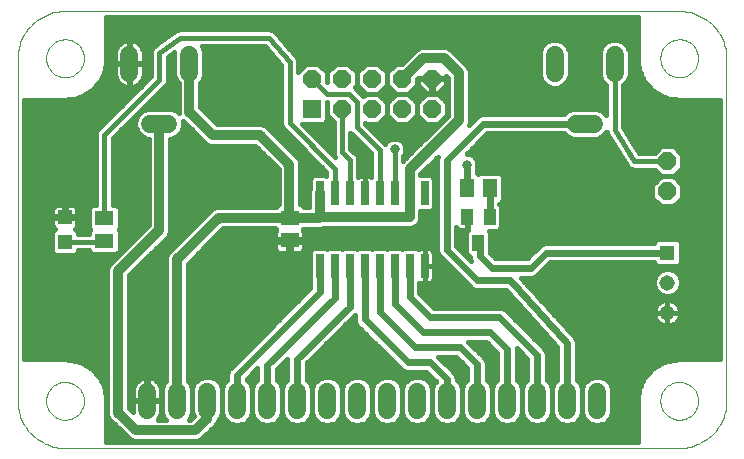
<source format=gtl>
G75*
G70*
%OFA0B0*%
%FSLAX24Y24*%
%IPPOS*%
%LPD*%
%AMOC8*
5,1,8,0,0,1.08239X$1,22.5*
%
%ADD10R,0.0472X0.0472*%
%ADD11R,0.0630X0.0512*%
%ADD12R,0.0591X0.0512*%
%ADD13C,0.0600*%
%ADD14R,0.0260X0.0800*%
%ADD15OC8,0.0600*%
%ADD16R,0.0600X0.0600*%
%ADD17R,0.0512X0.0630*%
%ADD18R,0.0394X0.0551*%
%ADD19R,0.0515X0.0515*%
%ADD20C,0.0515*%
%ADD21C,0.0000*%
%ADD22C,0.0160*%
%ADD23C,0.0320*%
%ADD24C,0.0240*%
%ADD25C,0.0320*%
D10*
X005969Y010287D03*
X005969Y011114D03*
D11*
X007284Y011074D03*
X007284Y010326D03*
D12*
X013455Y010342D03*
X013455Y011090D03*
D13*
X009419Y014228D02*
X008819Y014228D01*
X008119Y015928D02*
X008119Y016528D01*
X010119Y016528D02*
X010119Y015928D01*
X022292Y015928D02*
X022292Y016528D01*
X024292Y016528D02*
X024292Y015928D01*
X023592Y014228D02*
X022992Y014228D01*
X022705Y005291D02*
X022705Y004691D01*
X021705Y004691D02*
X021705Y005291D01*
X020705Y005291D02*
X020705Y004691D01*
X019705Y004691D02*
X019705Y005291D01*
X018705Y005291D02*
X018705Y004691D01*
X017705Y004691D02*
X017705Y005291D01*
X016705Y005291D02*
X016705Y004691D01*
X015705Y004691D02*
X015705Y005291D01*
X014705Y005291D02*
X014705Y004691D01*
X013705Y004691D02*
X013705Y005291D01*
X012705Y005291D02*
X012705Y004691D01*
X011705Y004691D02*
X011705Y005291D01*
X010705Y005291D02*
X010705Y004691D01*
X009705Y004691D02*
X009705Y005291D01*
X008705Y005291D02*
X008705Y004691D01*
X023705Y004691D02*
X023705Y005291D01*
D14*
X017955Y009490D03*
X017455Y009490D03*
X016955Y009490D03*
X016455Y009490D03*
X015955Y009490D03*
X015455Y009490D03*
X014955Y009490D03*
X014455Y009490D03*
X014455Y011910D03*
X014955Y011910D03*
X015455Y011910D03*
X015955Y011910D03*
X016455Y011910D03*
X016955Y011910D03*
X017455Y011910D03*
X017955Y011910D03*
D15*
X018205Y014728D03*
X017205Y014728D03*
X016205Y014728D03*
X015205Y014728D03*
X015205Y015728D03*
X016205Y015728D03*
X017205Y015728D03*
X018205Y015728D03*
X014205Y015728D03*
X026048Y012972D03*
X026048Y011972D03*
D16*
X014205Y014728D03*
D17*
X019375Y012078D03*
X020123Y012078D03*
D18*
X020123Y011133D03*
X019375Y011133D03*
X019749Y010267D03*
D19*
X026048Y009929D03*
D20*
X026048Y008929D03*
X026048Y007929D03*
D21*
X026442Y003417D02*
X005969Y003417D01*
X005969Y003416D02*
X005892Y003418D01*
X005815Y003424D01*
X005738Y003433D01*
X005662Y003446D01*
X005586Y003463D01*
X005512Y003484D01*
X005438Y003508D01*
X005366Y003536D01*
X005296Y003567D01*
X005227Y003602D01*
X005159Y003640D01*
X005094Y003681D01*
X005031Y003726D01*
X004970Y003774D01*
X004911Y003824D01*
X004855Y003877D01*
X004802Y003933D01*
X004752Y003992D01*
X004704Y004053D01*
X004659Y004116D01*
X004618Y004181D01*
X004580Y004249D01*
X004545Y004318D01*
X004514Y004388D01*
X004486Y004460D01*
X004462Y004534D01*
X004441Y004608D01*
X004424Y004684D01*
X004411Y004760D01*
X004402Y004837D01*
X004396Y004914D01*
X004394Y004991D01*
X004394Y016409D01*
X004396Y016486D01*
X004402Y016563D01*
X004411Y016640D01*
X004424Y016716D01*
X004441Y016792D01*
X004462Y016866D01*
X004486Y016940D01*
X004514Y017012D01*
X004545Y017082D01*
X004580Y017151D01*
X004618Y017219D01*
X004659Y017284D01*
X004704Y017347D01*
X004752Y017408D01*
X004802Y017467D01*
X004855Y017523D01*
X004911Y017576D01*
X004970Y017626D01*
X005031Y017674D01*
X005094Y017719D01*
X005159Y017760D01*
X005227Y017798D01*
X005296Y017833D01*
X005366Y017864D01*
X005438Y017892D01*
X005512Y017916D01*
X005586Y017937D01*
X005662Y017954D01*
X005738Y017967D01*
X005815Y017976D01*
X005892Y017982D01*
X005969Y017984D01*
X026442Y017984D01*
X026519Y017982D01*
X026596Y017976D01*
X026673Y017967D01*
X026749Y017954D01*
X026825Y017937D01*
X026899Y017916D01*
X026973Y017892D01*
X027045Y017864D01*
X027115Y017833D01*
X027184Y017798D01*
X027252Y017760D01*
X027317Y017719D01*
X027380Y017674D01*
X027441Y017626D01*
X027500Y017576D01*
X027556Y017523D01*
X027609Y017467D01*
X027659Y017408D01*
X027707Y017347D01*
X027752Y017284D01*
X027793Y017219D01*
X027831Y017151D01*
X027866Y017082D01*
X027897Y017012D01*
X027925Y016940D01*
X027949Y016866D01*
X027970Y016792D01*
X027987Y016716D01*
X028000Y016640D01*
X028009Y016563D01*
X028015Y016486D01*
X028017Y016409D01*
X028016Y016409D02*
X028016Y004991D01*
X028017Y004991D02*
X028015Y004914D01*
X028009Y004837D01*
X028000Y004760D01*
X027987Y004684D01*
X027970Y004608D01*
X027949Y004534D01*
X027925Y004460D01*
X027897Y004388D01*
X027866Y004318D01*
X027831Y004249D01*
X027793Y004181D01*
X027752Y004116D01*
X027707Y004053D01*
X027659Y003992D01*
X027609Y003933D01*
X027556Y003877D01*
X027500Y003824D01*
X027441Y003774D01*
X027380Y003726D01*
X027317Y003681D01*
X027252Y003640D01*
X027184Y003602D01*
X027115Y003567D01*
X027045Y003536D01*
X026973Y003508D01*
X026899Y003484D01*
X026825Y003463D01*
X026749Y003446D01*
X026673Y003433D01*
X026596Y003424D01*
X026519Y003418D01*
X026442Y003416D01*
X026519Y003418D01*
X026596Y003424D01*
X026673Y003433D01*
X026749Y003446D01*
X026825Y003463D01*
X026899Y003484D01*
X026973Y003508D01*
X027045Y003536D01*
X027115Y003567D01*
X027184Y003602D01*
X027252Y003640D01*
X027317Y003681D01*
X027380Y003726D01*
X027441Y003774D01*
X027500Y003824D01*
X027556Y003877D01*
X027609Y003933D01*
X027659Y003992D01*
X027707Y004053D01*
X027752Y004116D01*
X027793Y004181D01*
X027831Y004249D01*
X027866Y004318D01*
X027897Y004388D01*
X027925Y004460D01*
X027949Y004534D01*
X027970Y004608D01*
X027987Y004684D01*
X028000Y004760D01*
X028009Y004837D01*
X028015Y004914D01*
X028017Y004991D01*
X025812Y004991D02*
X025814Y005041D01*
X025820Y005091D01*
X025830Y005140D01*
X025844Y005188D01*
X025861Y005235D01*
X025882Y005280D01*
X025907Y005324D01*
X025935Y005365D01*
X025967Y005404D01*
X026001Y005441D01*
X026038Y005475D01*
X026078Y005505D01*
X026120Y005532D01*
X026164Y005556D01*
X026210Y005577D01*
X026257Y005593D01*
X026305Y005606D01*
X026355Y005615D01*
X026404Y005620D01*
X026455Y005621D01*
X026505Y005618D01*
X026554Y005611D01*
X026603Y005600D01*
X026651Y005585D01*
X026697Y005567D01*
X026742Y005545D01*
X026785Y005519D01*
X026826Y005490D01*
X026865Y005458D01*
X026901Y005423D01*
X026933Y005385D01*
X026963Y005345D01*
X026990Y005302D01*
X027013Y005258D01*
X027032Y005212D01*
X027048Y005164D01*
X027060Y005115D01*
X027068Y005066D01*
X027072Y005016D01*
X027072Y004966D01*
X027068Y004916D01*
X027060Y004867D01*
X027048Y004818D01*
X027032Y004770D01*
X027013Y004724D01*
X026990Y004680D01*
X026963Y004637D01*
X026933Y004597D01*
X026901Y004559D01*
X026865Y004524D01*
X026826Y004492D01*
X026785Y004463D01*
X026742Y004437D01*
X026697Y004415D01*
X026651Y004397D01*
X026603Y004382D01*
X026554Y004371D01*
X026505Y004364D01*
X026455Y004361D01*
X026404Y004362D01*
X026355Y004367D01*
X026305Y004376D01*
X026257Y004389D01*
X026210Y004405D01*
X026164Y004426D01*
X026120Y004450D01*
X026078Y004477D01*
X026038Y004507D01*
X026001Y004541D01*
X025967Y004578D01*
X025935Y004617D01*
X025907Y004658D01*
X025882Y004702D01*
X025861Y004747D01*
X025844Y004794D01*
X025830Y004842D01*
X025820Y004891D01*
X025814Y004941D01*
X025812Y004991D01*
X028017Y016409D02*
X028015Y016486D01*
X028009Y016563D01*
X028000Y016640D01*
X027987Y016716D01*
X027970Y016792D01*
X027949Y016866D01*
X027925Y016940D01*
X027897Y017012D01*
X027866Y017082D01*
X027831Y017151D01*
X027793Y017219D01*
X027752Y017284D01*
X027707Y017347D01*
X027659Y017408D01*
X027609Y017467D01*
X027556Y017523D01*
X027500Y017576D01*
X027441Y017626D01*
X027380Y017674D01*
X027317Y017719D01*
X027252Y017760D01*
X027184Y017798D01*
X027115Y017833D01*
X027045Y017864D01*
X026973Y017892D01*
X026899Y017916D01*
X026825Y017937D01*
X026749Y017954D01*
X026673Y017967D01*
X026596Y017976D01*
X026519Y017982D01*
X026442Y017984D01*
X025812Y016409D02*
X025814Y016459D01*
X025820Y016509D01*
X025830Y016558D01*
X025844Y016606D01*
X025861Y016653D01*
X025882Y016698D01*
X025907Y016742D01*
X025935Y016783D01*
X025967Y016822D01*
X026001Y016859D01*
X026038Y016893D01*
X026078Y016923D01*
X026120Y016950D01*
X026164Y016974D01*
X026210Y016995D01*
X026257Y017011D01*
X026305Y017024D01*
X026355Y017033D01*
X026404Y017038D01*
X026455Y017039D01*
X026505Y017036D01*
X026554Y017029D01*
X026603Y017018D01*
X026651Y017003D01*
X026697Y016985D01*
X026742Y016963D01*
X026785Y016937D01*
X026826Y016908D01*
X026865Y016876D01*
X026901Y016841D01*
X026933Y016803D01*
X026963Y016763D01*
X026990Y016720D01*
X027013Y016676D01*
X027032Y016630D01*
X027048Y016582D01*
X027060Y016533D01*
X027068Y016484D01*
X027072Y016434D01*
X027072Y016384D01*
X027068Y016334D01*
X027060Y016285D01*
X027048Y016236D01*
X027032Y016188D01*
X027013Y016142D01*
X026990Y016098D01*
X026963Y016055D01*
X026933Y016015D01*
X026901Y015977D01*
X026865Y015942D01*
X026826Y015910D01*
X026785Y015881D01*
X026742Y015855D01*
X026697Y015833D01*
X026651Y015815D01*
X026603Y015800D01*
X026554Y015789D01*
X026505Y015782D01*
X026455Y015779D01*
X026404Y015780D01*
X026355Y015785D01*
X026305Y015794D01*
X026257Y015807D01*
X026210Y015823D01*
X026164Y015844D01*
X026120Y015868D01*
X026078Y015895D01*
X026038Y015925D01*
X026001Y015959D01*
X025967Y015996D01*
X025935Y016035D01*
X025907Y016076D01*
X025882Y016120D01*
X025861Y016165D01*
X025844Y016212D01*
X025830Y016260D01*
X025820Y016309D01*
X025814Y016359D01*
X025812Y016409D01*
X005969Y017984D02*
X005892Y017982D01*
X005815Y017976D01*
X005738Y017967D01*
X005662Y017954D01*
X005586Y017937D01*
X005512Y017916D01*
X005438Y017892D01*
X005366Y017864D01*
X005296Y017833D01*
X005227Y017798D01*
X005159Y017760D01*
X005094Y017719D01*
X005031Y017674D01*
X004970Y017626D01*
X004911Y017576D01*
X004855Y017523D01*
X004802Y017467D01*
X004752Y017408D01*
X004704Y017347D01*
X004659Y017284D01*
X004618Y017219D01*
X004580Y017151D01*
X004545Y017082D01*
X004514Y017012D01*
X004486Y016940D01*
X004462Y016866D01*
X004441Y016792D01*
X004424Y016716D01*
X004411Y016640D01*
X004402Y016563D01*
X004396Y016486D01*
X004394Y016409D01*
X005339Y016409D02*
X005341Y016459D01*
X005347Y016509D01*
X005357Y016558D01*
X005371Y016606D01*
X005388Y016653D01*
X005409Y016698D01*
X005434Y016742D01*
X005462Y016783D01*
X005494Y016822D01*
X005528Y016859D01*
X005565Y016893D01*
X005605Y016923D01*
X005647Y016950D01*
X005691Y016974D01*
X005737Y016995D01*
X005784Y017011D01*
X005832Y017024D01*
X005882Y017033D01*
X005931Y017038D01*
X005982Y017039D01*
X006032Y017036D01*
X006081Y017029D01*
X006130Y017018D01*
X006178Y017003D01*
X006224Y016985D01*
X006269Y016963D01*
X006312Y016937D01*
X006353Y016908D01*
X006392Y016876D01*
X006428Y016841D01*
X006460Y016803D01*
X006490Y016763D01*
X006517Y016720D01*
X006540Y016676D01*
X006559Y016630D01*
X006575Y016582D01*
X006587Y016533D01*
X006595Y016484D01*
X006599Y016434D01*
X006599Y016384D01*
X006595Y016334D01*
X006587Y016285D01*
X006575Y016236D01*
X006559Y016188D01*
X006540Y016142D01*
X006517Y016098D01*
X006490Y016055D01*
X006460Y016015D01*
X006428Y015977D01*
X006392Y015942D01*
X006353Y015910D01*
X006312Y015881D01*
X006269Y015855D01*
X006224Y015833D01*
X006178Y015815D01*
X006130Y015800D01*
X006081Y015789D01*
X006032Y015782D01*
X005982Y015779D01*
X005931Y015780D01*
X005882Y015785D01*
X005832Y015794D01*
X005784Y015807D01*
X005737Y015823D01*
X005691Y015844D01*
X005647Y015868D01*
X005605Y015895D01*
X005565Y015925D01*
X005528Y015959D01*
X005494Y015996D01*
X005462Y016035D01*
X005434Y016076D01*
X005409Y016120D01*
X005388Y016165D01*
X005371Y016212D01*
X005357Y016260D01*
X005347Y016309D01*
X005341Y016359D01*
X005339Y016409D01*
X004394Y004991D02*
X004396Y004914D01*
X004402Y004837D01*
X004411Y004760D01*
X004424Y004684D01*
X004441Y004608D01*
X004462Y004534D01*
X004486Y004460D01*
X004514Y004388D01*
X004545Y004318D01*
X004580Y004249D01*
X004618Y004181D01*
X004659Y004116D01*
X004704Y004053D01*
X004752Y003992D01*
X004802Y003933D01*
X004855Y003877D01*
X004911Y003824D01*
X004970Y003774D01*
X005031Y003726D01*
X005094Y003681D01*
X005159Y003640D01*
X005227Y003602D01*
X005296Y003567D01*
X005366Y003536D01*
X005438Y003508D01*
X005512Y003484D01*
X005586Y003463D01*
X005662Y003446D01*
X005738Y003433D01*
X005815Y003424D01*
X005892Y003418D01*
X005969Y003416D01*
X005339Y004991D02*
X005341Y005041D01*
X005347Y005091D01*
X005357Y005140D01*
X005371Y005188D01*
X005388Y005235D01*
X005409Y005280D01*
X005434Y005324D01*
X005462Y005365D01*
X005494Y005404D01*
X005528Y005441D01*
X005565Y005475D01*
X005605Y005505D01*
X005647Y005532D01*
X005691Y005556D01*
X005737Y005577D01*
X005784Y005593D01*
X005832Y005606D01*
X005882Y005615D01*
X005931Y005620D01*
X005982Y005621D01*
X006032Y005618D01*
X006081Y005611D01*
X006130Y005600D01*
X006178Y005585D01*
X006224Y005567D01*
X006269Y005545D01*
X006312Y005519D01*
X006353Y005490D01*
X006392Y005458D01*
X006428Y005423D01*
X006460Y005385D01*
X006490Y005345D01*
X006517Y005302D01*
X006540Y005258D01*
X006559Y005212D01*
X006575Y005164D01*
X006587Y005115D01*
X006595Y005066D01*
X006599Y005016D01*
X006599Y004966D01*
X006595Y004916D01*
X006587Y004867D01*
X006575Y004818D01*
X006559Y004770D01*
X006540Y004724D01*
X006517Y004680D01*
X006490Y004637D01*
X006460Y004597D01*
X006428Y004559D01*
X006392Y004524D01*
X006353Y004492D01*
X006312Y004463D01*
X006269Y004437D01*
X006224Y004415D01*
X006178Y004397D01*
X006130Y004382D01*
X006081Y004371D01*
X006032Y004364D01*
X005982Y004361D01*
X005931Y004362D01*
X005882Y004367D01*
X005832Y004376D01*
X005784Y004389D01*
X005737Y004405D01*
X005691Y004426D01*
X005647Y004450D01*
X005605Y004477D01*
X005565Y004507D01*
X005528Y004541D01*
X005494Y004578D01*
X005462Y004617D01*
X005434Y004658D01*
X005409Y004702D01*
X005388Y004747D01*
X005371Y004794D01*
X005357Y004842D01*
X005347Y004891D01*
X005341Y004941D01*
X005339Y004991D01*
D22*
X006825Y006084D02*
X006874Y006036D01*
X006929Y005995D01*
X006931Y005978D01*
X006956Y005953D01*
X006972Y005951D01*
X007013Y005896D01*
X007062Y005848D01*
X007062Y005832D01*
X007083Y005803D01*
X007099Y005799D01*
X007131Y005738D01*
X007172Y005684D01*
X007170Y005667D01*
X007187Y005636D01*
X007202Y005630D01*
X007226Y005565D01*
X007259Y005505D01*
X007254Y005490D01*
X007266Y005456D01*
X007280Y005448D01*
X007295Y005381D01*
X007319Y005316D01*
X007312Y005302D01*
X007319Y005267D01*
X007332Y005256D01*
X007337Y005188D01*
X007351Y005121D01*
X007342Y005107D01*
X007344Y005080D01*
X007350Y005074D01*
X007350Y004999D01*
X007356Y004923D01*
X007350Y004917D01*
X007350Y003617D01*
X025060Y003617D01*
X025060Y004917D01*
X025055Y004923D01*
X025060Y004999D01*
X025060Y005074D01*
X025066Y005080D01*
X025068Y005107D01*
X025059Y005121D01*
X025074Y005188D01*
X025079Y005256D01*
X025091Y005267D01*
X025099Y005302D01*
X025092Y005316D01*
X025116Y005381D01*
X025130Y005448D01*
X025144Y005456D01*
X025157Y005490D01*
X025152Y005505D01*
X025185Y005565D01*
X025209Y005630D01*
X025224Y005636D01*
X025241Y005667D01*
X025238Y005684D01*
X025279Y005738D01*
X025312Y005799D01*
X025328Y005803D01*
X025349Y005832D01*
X025349Y005848D01*
X025397Y005896D01*
X025439Y005951D01*
X025455Y005953D01*
X023025Y005953D01*
X023025Y005795D02*
X025310Y005795D01*
X025223Y005636D02*
X024068Y005636D01*
X024129Y005575D02*
X023989Y005715D01*
X023805Y005791D01*
X023606Y005791D01*
X023422Y005715D01*
X023281Y005575D01*
X023205Y005391D01*
X023129Y005575D01*
X023025Y005679D01*
X023025Y006907D01*
X023028Y006963D01*
X023025Y006971D01*
X023025Y006979D01*
X023004Y007030D01*
X022985Y007083D01*
X022980Y007089D01*
X022977Y007096D01*
X022937Y007136D01*
X021160Y009097D01*
X021564Y009097D01*
X021682Y009145D01*
X021772Y009235D01*
X022145Y009609D01*
X025590Y009609D01*
X025590Y009588D01*
X025708Y009471D01*
X026388Y009471D01*
X026505Y009588D01*
X026505Y010269D01*
X026388Y010386D01*
X025708Y010386D01*
X025590Y010269D01*
X025590Y010248D01*
X022076Y010248D01*
X021949Y010248D01*
X021831Y010200D01*
X021368Y009737D01*
X020327Y009737D01*
X020145Y009918D01*
X020145Y010626D01*
X020113Y010658D01*
X020402Y010658D01*
X020519Y010775D01*
X020519Y011492D01*
X020448Y011563D01*
X020461Y011563D01*
X020579Y011680D01*
X020579Y012476D01*
X020461Y012593D01*
X019784Y012593D01*
X019749Y012558D01*
X019713Y012593D01*
X019695Y012593D01*
X019695Y012600D01*
X019699Y012615D01*
X019695Y012663D01*
X019695Y012713D01*
X019689Y012726D01*
X019689Y012730D01*
X019715Y012794D01*
X019715Y012937D01*
X019660Y013069D01*
X019559Y013171D01*
X019427Y013225D01*
X019356Y013225D01*
X020038Y013908D01*
X022605Y013908D01*
X022709Y013804D01*
X022892Y013728D01*
X023691Y013728D01*
X023875Y013804D01*
X024016Y013944D01*
X024018Y013950D01*
X024021Y013944D01*
X024025Y013920D01*
X024042Y013893D01*
X024055Y013863D01*
X024071Y013846D01*
X024698Y012843D01*
X024711Y012813D01*
X024727Y012796D01*
X024740Y012776D01*
X024766Y012757D01*
X024789Y012734D01*
X024811Y012725D01*
X024831Y012711D01*
X024862Y012704D01*
X024892Y012692D01*
X024916Y012692D01*
X024939Y012686D01*
X024971Y012692D01*
X025621Y012692D01*
X025841Y012472D01*
X026255Y012472D01*
X026548Y012765D01*
X026548Y013179D01*
X026255Y013472D01*
X025841Y013472D01*
X025621Y013252D01*
X025103Y013252D01*
X024572Y014102D01*
X024572Y015502D01*
X024575Y015504D01*
X024716Y015644D01*
X024792Y015828D01*
X024792Y016627D01*
X024716Y016811D01*
X024575Y016952D01*
X024391Y017028D01*
X024192Y017028D01*
X024009Y016952D01*
X023868Y016811D01*
X023792Y016627D01*
X023792Y015828D01*
X023868Y015644D01*
X024009Y015504D01*
X024012Y015502D01*
X024012Y014515D01*
X023875Y014652D01*
X023691Y014728D01*
X022892Y014728D01*
X022709Y014652D01*
X022605Y014548D01*
X019969Y014548D01*
X019842Y014548D01*
X019724Y014499D01*
X019426Y014201D01*
X019454Y014269D01*
X019454Y015845D01*
X019454Y015988D01*
X019399Y016121D01*
X018899Y016621D01*
X018798Y016722D01*
X018666Y016777D01*
X017966Y016777D01*
X017823Y016777D01*
X017690Y016722D01*
X017196Y016228D01*
X016998Y016228D01*
X016705Y015935D01*
X016412Y016228D01*
X015998Y016228D01*
X015705Y015935D01*
X015412Y016228D01*
X014998Y016228D01*
X014705Y015935D01*
X014412Y016228D01*
X013998Y016228D01*
X013737Y015967D01*
X013737Y016288D01*
X013740Y016334D01*
X013737Y016343D01*
X013737Y016353D01*
X013720Y016395D01*
X013705Y016439D01*
X013698Y016447D01*
X013695Y016456D01*
X013662Y016488D01*
X013005Y017240D01*
X013002Y017249D01*
X012969Y017281D01*
X012939Y017316D01*
X012930Y017320D01*
X012923Y017327D01*
X012880Y017345D01*
X012839Y017366D01*
X012829Y017366D01*
X012820Y017370D01*
X012774Y017370D01*
X012728Y017373D01*
X012718Y017370D01*
X009832Y017370D01*
X009800Y017375D01*
X009777Y017370D01*
X009754Y017370D01*
X009724Y017357D01*
X009692Y017350D01*
X009673Y017336D01*
X009651Y017327D01*
X009628Y017304D01*
X008982Y016843D01*
X008960Y016834D01*
X008937Y016811D01*
X008911Y016792D01*
X008898Y016771D01*
X008881Y016755D01*
X008869Y016725D01*
X008852Y016697D01*
X008848Y016674D01*
X008839Y016652D01*
X008839Y016619D01*
X008833Y016587D01*
X008839Y016564D01*
X008839Y015817D01*
X007126Y014104D01*
X007126Y014104D01*
X007047Y014025D01*
X007004Y013922D01*
X007004Y011530D01*
X006886Y011530D01*
X006769Y011413D01*
X006769Y010735D01*
X006804Y010700D01*
X006769Y010665D01*
X006769Y010567D01*
X006405Y010567D01*
X006405Y010606D01*
X006292Y010719D01*
X006316Y010733D01*
X006349Y010767D01*
X006373Y010808D01*
X006385Y010854D01*
X006385Y011075D01*
X006007Y011075D01*
X006007Y011152D01*
X005931Y011152D01*
X005931Y011530D01*
X005709Y011530D01*
X005663Y011517D01*
X005622Y011494D01*
X005589Y011460D01*
X005565Y011419D01*
X005553Y011373D01*
X005553Y011152D01*
X005931Y011152D01*
X005931Y011075D01*
X005553Y011075D01*
X005553Y010854D01*
X005565Y010808D01*
X005589Y010767D01*
X005622Y010733D01*
X005646Y010719D01*
X005533Y010606D01*
X005533Y009968D01*
X005650Y009851D01*
X006288Y009851D01*
X006405Y009968D01*
X006405Y010007D01*
X006769Y010007D01*
X006769Y009987D01*
X006886Y009870D01*
X007682Y009870D01*
X007799Y009987D01*
X007799Y010665D01*
X007764Y010700D01*
X007799Y010735D01*
X007799Y011413D01*
X007682Y011530D01*
X007564Y011530D01*
X007564Y013751D01*
X009277Y015464D01*
X009277Y015464D01*
X009356Y015542D01*
X009399Y015645D01*
X009399Y016452D01*
X009619Y016610D01*
X009619Y015828D01*
X009695Y015644D01*
X009759Y015581D01*
X009759Y014693D01*
X009759Y014595D01*
X009702Y014652D01*
X009518Y014728D01*
X008719Y014728D01*
X008536Y014652D01*
X008395Y014511D01*
X008319Y014327D01*
X008319Y014128D01*
X008395Y013944D01*
X008536Y013804D01*
X008719Y013728D01*
X008759Y013728D01*
X008759Y010849D01*
X007537Y009627D01*
X007436Y009526D01*
X007381Y009394D01*
X007381Y004669D01*
X007381Y004526D01*
X007436Y004394D01*
X008026Y003803D01*
X008127Y003702D01*
X008260Y003647D01*
X010228Y003647D01*
X010371Y003647D01*
X010504Y003702D01*
X010897Y004096D01*
X010999Y004197D01*
X011054Y004329D01*
X011054Y004333D01*
X011129Y004408D01*
X011205Y004592D01*
X011205Y005391D01*
X011129Y005575D01*
X010989Y005715D01*
X010805Y005791D01*
X010606Y005791D01*
X010422Y005715D01*
X010281Y005575D01*
X010205Y005391D01*
X010129Y005575D01*
X010069Y005635D01*
X010069Y009567D01*
X011238Y010736D01*
X012975Y010736D01*
X013011Y010700D01*
X012992Y010667D01*
X012980Y010621D01*
X012980Y010390D01*
X013407Y010390D01*
X013407Y010294D01*
X012980Y010294D01*
X012980Y010062D01*
X012992Y010016D01*
X013016Y009975D01*
X013050Y009942D01*
X013091Y009918D01*
X013136Y009906D01*
X013407Y009906D01*
X013407Y010294D01*
X013503Y010294D01*
X013503Y009906D01*
X013774Y009906D01*
X013820Y009918D01*
X013861Y009942D01*
X013895Y009975D01*
X013918Y010016D01*
X013931Y010062D01*
X013931Y010294D01*
X013504Y010294D01*
X013504Y010390D01*
X013931Y010390D01*
X013931Y010621D01*
X013918Y010667D01*
X013899Y010700D01*
X013929Y010730D01*
X014362Y010730D01*
X014505Y010730D01*
X014558Y010752D01*
X017507Y010752D01*
X017640Y010806D01*
X017661Y010828D01*
X017661Y010828D01*
X017762Y010929D01*
X017817Y011062D01*
X017817Y011310D01*
X018168Y011310D01*
X018285Y011427D01*
X018285Y012393D01*
X018168Y012510D01*
X017817Y012510D01*
X017817Y012555D01*
X018397Y013134D01*
X018374Y013080D01*
X018374Y010080D01*
X018374Y009953D01*
X018423Y009835D01*
X019423Y008835D01*
X019513Y008745D01*
X019631Y008697D01*
X020659Y008697D01*
X022385Y006792D01*
X022385Y005679D01*
X022281Y005575D01*
X022205Y005391D01*
X022129Y005575D01*
X022025Y005679D01*
X022025Y006582D01*
X021977Y006700D01*
X021887Y006790D01*
X020632Y008044D01*
X020514Y008093D01*
X020387Y008093D01*
X018277Y008093D01*
X017775Y008595D01*
X017775Y008917D01*
X017802Y008910D01*
X017955Y008910D01*
X017955Y009490D01*
X017956Y009490D01*
X017956Y009490D01*
X018265Y009490D01*
X018265Y009066D01*
X018253Y009021D01*
X018229Y008980D01*
X018196Y008946D01*
X018155Y008922D01*
X018109Y008910D01*
X017956Y008910D01*
X017956Y009490D01*
X018265Y009490D01*
X018265Y009914D01*
X018253Y009960D01*
X018229Y010001D01*
X018196Y010034D01*
X018155Y010058D01*
X018109Y010070D01*
X017956Y010070D01*
X017956Y009491D01*
X017955Y009491D01*
X017955Y010070D01*
X017802Y010070D01*
X017756Y010058D01*
X017721Y010038D01*
X017668Y010090D01*
X017242Y010090D01*
X017205Y010053D01*
X017168Y010090D01*
X016742Y010090D01*
X016705Y010053D01*
X016668Y010090D01*
X016242Y010090D01*
X016205Y010053D01*
X016168Y010090D01*
X015742Y010090D01*
X015705Y010053D01*
X015668Y010090D01*
X015242Y010090D01*
X015205Y010053D01*
X015168Y010090D01*
X014742Y010090D01*
X014705Y010053D01*
X014668Y010090D01*
X014242Y010090D01*
X014125Y009973D01*
X014125Y009007D01*
X014135Y008997D01*
X014135Y008742D01*
X011524Y006131D01*
X011434Y006041D01*
X011385Y005923D01*
X011385Y005679D01*
X011281Y005575D01*
X011205Y005391D01*
X011205Y004592D01*
X011281Y004408D01*
X011422Y004268D01*
X011606Y004191D01*
X011805Y004191D01*
X011989Y004268D01*
X012129Y004408D01*
X012205Y004592D01*
X012205Y005391D01*
X012129Y005575D01*
X012025Y005679D01*
X012025Y005727D01*
X012385Y006087D01*
X012385Y005679D01*
X012281Y005575D01*
X012205Y005391D01*
X012205Y004592D01*
X012281Y004408D01*
X012422Y004268D01*
X012606Y004191D01*
X012805Y004191D01*
X012989Y004268D01*
X013129Y004408D01*
X013205Y004592D01*
X013205Y005391D01*
X013129Y005575D01*
X013025Y005679D01*
X013025Y006038D01*
X013385Y006398D01*
X013385Y005679D01*
X013281Y005575D01*
X013205Y005391D01*
X013205Y004592D01*
X013281Y004408D01*
X013422Y004268D01*
X013606Y004191D01*
X013805Y004191D01*
X013989Y004268D01*
X014129Y004408D01*
X014205Y004592D01*
X014205Y005391D01*
X014129Y005575D01*
X014025Y005679D01*
X014025Y006251D01*
X015635Y007861D01*
X015635Y007776D01*
X015635Y007648D01*
X015684Y007531D01*
X017123Y006092D01*
X017213Y006002D01*
X017331Y005953D01*
X018012Y005953D01*
X018336Y005629D01*
X018281Y005575D01*
X018205Y005391D01*
X018129Y005575D01*
X017989Y005715D01*
X017805Y005791D01*
X017606Y005791D01*
X017422Y005715D01*
X017281Y005575D01*
X017205Y005391D01*
X017129Y005575D01*
X016989Y005715D01*
X016805Y005791D01*
X016606Y005791D01*
X016422Y005715D01*
X016281Y005575D01*
X016205Y005391D01*
X016129Y005575D01*
X015989Y005715D01*
X015805Y005791D01*
X015606Y005791D01*
X015422Y005715D01*
X015281Y005575D01*
X015205Y005391D01*
X015129Y005575D01*
X014989Y005715D01*
X014805Y005791D01*
X014606Y005791D01*
X014422Y005715D01*
X014281Y005575D01*
X014205Y005391D01*
X014205Y004592D01*
X014281Y004408D01*
X014422Y004268D01*
X014606Y004191D01*
X014805Y004191D01*
X014989Y004268D01*
X015129Y004408D01*
X015205Y004592D01*
X015205Y005391D01*
X015205Y004592D01*
X015281Y004408D01*
X015422Y004268D01*
X015606Y004191D01*
X015805Y004191D01*
X015989Y004268D01*
X016129Y004408D01*
X016205Y004592D01*
X016205Y005391D01*
X016205Y004592D01*
X016281Y004408D01*
X016422Y004268D01*
X016606Y004191D01*
X016805Y004191D01*
X016989Y004268D01*
X017129Y004408D01*
X017205Y004592D01*
X017205Y005391D01*
X017205Y004592D01*
X017281Y004408D01*
X017422Y004268D01*
X017606Y004191D01*
X017805Y004191D01*
X017989Y004268D01*
X018129Y004408D01*
X018205Y004592D01*
X018205Y005391D01*
X018205Y004592D01*
X018281Y004408D01*
X018422Y004268D01*
X018606Y004191D01*
X018805Y004191D01*
X018989Y004268D01*
X019129Y004408D01*
X019205Y004592D01*
X019205Y005391D01*
X019129Y005575D01*
X019025Y005679D01*
X019025Y005776D01*
X018977Y005893D01*
X018887Y005983D01*
X018417Y006453D01*
X019012Y006453D01*
X019385Y006079D01*
X019385Y005679D01*
X019281Y005575D01*
X019205Y005391D01*
X019205Y004592D01*
X019281Y004408D01*
X019422Y004268D01*
X019606Y004191D01*
X019805Y004191D01*
X019989Y004268D01*
X020129Y004408D01*
X020205Y004592D01*
X020205Y005391D01*
X020129Y005575D01*
X020025Y005679D01*
X020025Y006276D01*
X019977Y006393D01*
X019887Y006483D01*
X019417Y006953D01*
X020012Y006953D01*
X020385Y006579D01*
X020385Y005679D01*
X020281Y005575D01*
X020205Y005391D01*
X020205Y004592D01*
X020281Y004408D01*
X020422Y004268D01*
X020606Y004191D01*
X020805Y004191D01*
X020989Y004268D01*
X021129Y004408D01*
X021205Y004592D01*
X021205Y005391D01*
X021129Y005575D01*
X021025Y005679D01*
X021025Y006746D01*
X021385Y006386D01*
X021385Y005679D01*
X021281Y005575D01*
X021205Y005391D01*
X021205Y004592D01*
X021281Y004408D01*
X021422Y004268D01*
X021606Y004191D01*
X021805Y004191D01*
X021989Y004268D01*
X022129Y004408D01*
X022205Y004592D01*
X022205Y005391D01*
X022205Y004592D01*
X022281Y004408D01*
X022422Y004268D01*
X022606Y004191D01*
X022805Y004191D01*
X022989Y004268D01*
X023129Y004408D01*
X023205Y004592D01*
X023205Y005391D01*
X023205Y004592D01*
X023281Y004408D01*
X023422Y004268D01*
X023606Y004191D01*
X023805Y004191D01*
X023989Y004268D01*
X024129Y004408D01*
X024205Y004592D01*
X024205Y005391D01*
X024129Y005575D01*
X024169Y005478D02*
X025152Y005478D01*
X025093Y005319D02*
X024205Y005319D01*
X024205Y005161D02*
X025068Y005161D01*
X025060Y005002D02*
X024205Y005002D01*
X024205Y004844D02*
X025060Y004844D01*
X025060Y004685D02*
X024205Y004685D01*
X024178Y004526D02*
X025060Y004526D01*
X025060Y004368D02*
X024089Y004368D01*
X023848Y004209D02*
X025060Y004209D01*
X025060Y004051D02*
X010853Y004051D01*
X011004Y004209D02*
X011563Y004209D01*
X011848Y004209D02*
X012563Y004209D01*
X012848Y004209D02*
X013563Y004209D01*
X013848Y004209D02*
X014563Y004209D01*
X014848Y004209D02*
X015563Y004209D01*
X015848Y004209D02*
X016563Y004209D01*
X016848Y004209D02*
X017563Y004209D01*
X017848Y004209D02*
X018563Y004209D01*
X018848Y004209D02*
X019563Y004209D01*
X019848Y004209D02*
X020563Y004209D01*
X020848Y004209D02*
X021563Y004209D01*
X021848Y004209D02*
X022563Y004209D01*
X022848Y004209D02*
X023563Y004209D01*
X023322Y004368D02*
X023089Y004368D01*
X023178Y004526D02*
X023232Y004526D01*
X023205Y004685D02*
X023205Y004685D01*
X023205Y004844D02*
X023205Y004844D01*
X023205Y005002D02*
X023205Y005002D01*
X023205Y005161D02*
X023205Y005161D01*
X023205Y005319D02*
X023205Y005319D01*
X023169Y005478D02*
X023241Y005478D01*
X023343Y005636D02*
X023068Y005636D01*
X022385Y005795D02*
X022025Y005795D01*
X022025Y005953D02*
X022385Y005953D01*
X022385Y006112D02*
X022025Y006112D01*
X022025Y006270D02*
X022385Y006270D01*
X022385Y006429D02*
X022025Y006429D01*
X022023Y006588D02*
X022385Y006588D01*
X022385Y006746D02*
X021930Y006746D01*
X021771Y006905D02*
X022283Y006905D01*
X022139Y007063D02*
X021613Y007063D01*
X021454Y007222D02*
X021996Y007222D01*
X021852Y007380D02*
X021296Y007380D01*
X021137Y007539D02*
X021708Y007539D01*
X021564Y007697D02*
X020979Y007697D01*
X020820Y007856D02*
X021421Y007856D01*
X021277Y008014D02*
X020662Y008014D01*
X021133Y008173D02*
X018197Y008173D01*
X018038Y008332D02*
X020990Y008332D01*
X020846Y008490D02*
X017880Y008490D01*
X017775Y008649D02*
X020702Y008649D01*
X021279Y008966D02*
X025590Y008966D01*
X025590Y009019D02*
X025590Y008837D01*
X025660Y008669D01*
X025789Y008541D01*
X025957Y008471D01*
X026139Y008471D01*
X026307Y008541D01*
X026436Y008669D01*
X026505Y008837D01*
X026505Y009019D01*
X026436Y009188D01*
X026307Y009316D01*
X026139Y009386D01*
X025957Y009386D01*
X025789Y009316D01*
X025660Y009188D01*
X025590Y009019D01*
X025634Y009124D02*
X021631Y009124D01*
X021819Y009283D02*
X025755Y009283D01*
X025590Y009600D02*
X022136Y009600D01*
X021978Y009441D02*
X027816Y009441D01*
X027816Y009283D02*
X026341Y009283D01*
X026462Y009124D02*
X027816Y009124D01*
X027816Y008966D02*
X026505Y008966D01*
X026493Y008807D02*
X027816Y008807D01*
X027816Y008649D02*
X026415Y008649D01*
X026185Y008490D02*
X027816Y008490D01*
X027816Y008332D02*
X026220Y008332D01*
X026216Y008334D02*
X026150Y008355D01*
X026082Y008366D01*
X026048Y008366D01*
X026048Y007929D01*
X026048Y007929D01*
X026048Y008366D01*
X026013Y008366D01*
X025945Y008355D01*
X025880Y008334D01*
X025819Y008303D01*
X025763Y008262D01*
X025714Y008213D01*
X025674Y008158D01*
X025642Y008096D01*
X025621Y008031D01*
X025610Y007963D01*
X025610Y007929D01*
X026047Y007929D01*
X026047Y007928D01*
X025610Y007928D01*
X025610Y007894D01*
X025621Y007826D01*
X025642Y007761D01*
X025674Y007699D01*
X025714Y007644D01*
X025763Y007595D01*
X025819Y007554D01*
X025880Y007523D01*
X025945Y007502D01*
X026013Y007491D01*
X026048Y007491D01*
X026082Y007491D01*
X026150Y007502D01*
X026216Y007523D01*
X026277Y007554D01*
X026333Y007595D01*
X026382Y007644D01*
X026422Y007699D01*
X026453Y007761D01*
X026475Y007826D01*
X026485Y007894D01*
X026485Y007928D01*
X026048Y007928D01*
X026048Y007491D01*
X026048Y007928D01*
X026048Y007928D01*
X026048Y007929D01*
X026485Y007929D01*
X026485Y007963D01*
X026475Y008031D01*
X026453Y008096D01*
X026422Y008158D01*
X026382Y008213D01*
X026333Y008262D01*
X026277Y008303D01*
X026216Y008334D01*
X026048Y008332D02*
X026048Y008332D01*
X026048Y008173D02*
X026048Y008173D01*
X026048Y008014D02*
X026048Y008014D01*
X026048Y007856D02*
X026048Y007856D01*
X026048Y007697D02*
X026048Y007697D01*
X026048Y007539D02*
X026048Y007539D01*
X026247Y007539D02*
X027816Y007539D01*
X027816Y007697D02*
X026421Y007697D01*
X026479Y007856D02*
X027816Y007856D01*
X027816Y008014D02*
X026477Y008014D01*
X026411Y008173D02*
X027816Y008173D01*
X027816Y007380D02*
X022716Y007380D01*
X022859Y007222D02*
X027816Y007222D01*
X027816Y007063D02*
X022992Y007063D01*
X023025Y006905D02*
X027816Y006905D01*
X027816Y006746D02*
X023025Y006746D01*
X023025Y006588D02*
X027816Y006588D01*
X027816Y006429D02*
X023025Y006429D01*
X023025Y006270D02*
X025908Y006270D01*
X025928Y006281D02*
X025868Y006248D01*
X025803Y006224D01*
X025797Y006209D01*
X025766Y006193D01*
X025749Y006195D01*
X025695Y006154D01*
X025634Y006121D01*
X025630Y006105D01*
X025601Y006084D01*
X025585Y006084D01*
X025537Y006036D01*
X025482Y005995D01*
X025480Y005978D01*
X025455Y005953D01*
X025632Y006112D02*
X023025Y006112D01*
X022343Y005636D02*
X022068Y005636D01*
X022169Y005478D02*
X022241Y005478D01*
X022205Y005319D02*
X022205Y005319D01*
X022205Y005161D02*
X022205Y005161D01*
X022205Y005002D02*
X022205Y005002D01*
X022205Y004844D02*
X022205Y004844D01*
X022205Y004685D02*
X022205Y004685D01*
X022178Y004526D02*
X022232Y004526D01*
X022322Y004368D02*
X022089Y004368D01*
X021322Y004368D02*
X021089Y004368D01*
X021178Y004526D02*
X021232Y004526D01*
X021205Y004685D02*
X021205Y004685D01*
X021205Y004844D02*
X021205Y004844D01*
X021205Y005002D02*
X021205Y005002D01*
X021205Y005161D02*
X021205Y005161D01*
X021205Y005319D02*
X021205Y005319D01*
X021169Y005478D02*
X021241Y005478D01*
X021343Y005636D02*
X021068Y005636D01*
X021025Y005795D02*
X021385Y005795D01*
X021385Y005953D02*
X021025Y005953D01*
X021025Y006112D02*
X021385Y006112D01*
X021385Y006270D02*
X021025Y006270D01*
X021025Y006429D02*
X021342Y006429D01*
X021183Y006588D02*
X021025Y006588D01*
X020377Y006588D02*
X019782Y006588D01*
X019624Y006746D02*
X020219Y006746D01*
X020060Y006905D02*
X019465Y006905D01*
X019036Y006429D02*
X018441Y006429D01*
X018599Y006270D02*
X019194Y006270D01*
X019353Y006112D02*
X018758Y006112D01*
X018916Y005953D02*
X019385Y005953D01*
X019385Y005795D02*
X019017Y005795D01*
X019068Y005636D02*
X019343Y005636D01*
X019241Y005478D02*
X019169Y005478D01*
X019205Y005319D02*
X019205Y005319D01*
X019205Y005161D02*
X019205Y005161D01*
X019205Y005002D02*
X019205Y005002D01*
X019205Y004844D02*
X019205Y004844D01*
X019205Y004685D02*
X019205Y004685D01*
X019178Y004526D02*
X019232Y004526D01*
X019322Y004368D02*
X019089Y004368D01*
X018322Y004368D02*
X018089Y004368D01*
X018178Y004526D02*
X018232Y004526D01*
X018205Y004685D02*
X018205Y004685D01*
X018205Y004844D02*
X018205Y004844D01*
X018205Y005002D02*
X018205Y005002D01*
X018205Y005161D02*
X018205Y005161D01*
X018205Y005319D02*
X018205Y005319D01*
X018169Y005478D02*
X018241Y005478D01*
X018328Y005636D02*
X018068Y005636D01*
X018170Y005795D02*
X014025Y005795D01*
X014025Y005953D02*
X017330Y005953D01*
X017103Y006112D02*
X014025Y006112D01*
X014045Y006270D02*
X016944Y006270D01*
X016786Y006429D02*
X014204Y006429D01*
X014362Y006588D02*
X016627Y006588D01*
X016469Y006746D02*
X014521Y006746D01*
X014679Y006905D02*
X016310Y006905D01*
X016152Y007063D02*
X014838Y007063D01*
X014996Y007222D02*
X015993Y007222D01*
X015834Y007380D02*
X015155Y007380D01*
X015313Y007539D02*
X015681Y007539D01*
X015635Y007697D02*
X015472Y007697D01*
X015631Y007856D02*
X015635Y007856D01*
X014135Y008807D02*
X010069Y008807D01*
X010069Y008649D02*
X014042Y008649D01*
X013883Y008490D02*
X010069Y008490D01*
X010069Y008332D02*
X013725Y008332D01*
X013566Y008173D02*
X010069Y008173D01*
X010069Y008014D02*
X013408Y008014D01*
X013249Y007856D02*
X010069Y007856D01*
X010069Y007697D02*
X013091Y007697D01*
X012932Y007539D02*
X010069Y007539D01*
X010069Y007380D02*
X012774Y007380D01*
X012615Y007222D02*
X010069Y007222D01*
X010069Y007063D02*
X012456Y007063D01*
X012298Y006905D02*
X010069Y006905D01*
X010069Y006746D02*
X012139Y006746D01*
X011981Y006588D02*
X010069Y006588D01*
X010069Y006429D02*
X011822Y006429D01*
X011664Y006270D02*
X010069Y006270D01*
X010069Y006112D02*
X011505Y006112D01*
X011524Y006131D02*
X011524Y006131D01*
X011398Y005953D02*
X010069Y005953D01*
X010069Y005795D02*
X011385Y005795D01*
X011343Y005636D02*
X011068Y005636D01*
X011169Y005478D02*
X011241Y005478D01*
X011205Y005319D02*
X011205Y005319D01*
X011205Y005161D02*
X011205Y005161D01*
X011205Y005002D02*
X011205Y005002D01*
X011205Y004844D02*
X011205Y004844D01*
X011205Y004685D02*
X011205Y004685D01*
X011178Y004526D02*
X011232Y004526D01*
X011322Y004368D02*
X011089Y004368D01*
X010694Y003892D02*
X025060Y003892D01*
X025060Y003734D02*
X010535Y003734D01*
X010151Y004367D02*
X010088Y004367D01*
X010129Y004408D01*
X010205Y004592D01*
X010205Y005391D01*
X010205Y004592D01*
X010255Y004472D01*
X010151Y004367D01*
X010151Y004368D02*
X010089Y004368D01*
X010178Y004526D02*
X010232Y004526D01*
X010205Y004685D02*
X010205Y004685D01*
X010205Y004844D02*
X010205Y004844D01*
X010205Y005002D02*
X010205Y005002D01*
X010205Y005161D02*
X010205Y005161D01*
X010205Y005319D02*
X010205Y005319D01*
X010169Y005478D02*
X010241Y005478D01*
X010343Y005636D02*
X010069Y005636D01*
X009349Y005643D02*
X009281Y005575D01*
X009205Y005391D01*
X009205Y004592D01*
X009281Y004408D01*
X009323Y004367D01*
X009060Y004367D01*
X009071Y004379D01*
X009116Y004440D01*
X009150Y004507D01*
X009174Y004579D01*
X009185Y004654D01*
X009185Y004971D01*
X008726Y004971D01*
X008726Y005011D01*
X009185Y005011D01*
X009185Y005329D01*
X009174Y005404D01*
X009150Y005476D01*
X009116Y005543D01*
X009071Y005604D01*
X009018Y005658D01*
X008957Y005702D01*
X008890Y005736D01*
X008818Y005760D01*
X008743Y005771D01*
X008725Y005771D01*
X008725Y005012D01*
X008685Y005012D01*
X008685Y005771D01*
X008668Y005771D01*
X008593Y005760D01*
X008521Y005736D01*
X008454Y005702D01*
X008393Y005658D01*
X008339Y005604D01*
X008295Y005543D01*
X008261Y005476D01*
X008237Y005404D01*
X008225Y005329D01*
X008225Y005011D01*
X008685Y005011D01*
X008685Y004971D01*
X008225Y004971D01*
X008225Y004654D01*
X008231Y004616D01*
X008101Y004747D01*
X008101Y009173D01*
X009323Y010395D01*
X009424Y010496D01*
X009479Y010629D01*
X009479Y013728D01*
X009518Y013728D01*
X009702Y013804D01*
X009843Y013944D01*
X009919Y014128D01*
X009919Y014312D01*
X010585Y013646D01*
X010585Y013646D01*
X010686Y013545D01*
X010819Y013490D01*
X012316Y013490D01*
X013089Y012716D01*
X013089Y011546D01*
X013077Y011546D01*
X012987Y011456D01*
X011161Y011456D01*
X011018Y011456D01*
X010885Y011401D01*
X009505Y010021D01*
X009404Y009920D01*
X009349Y009788D01*
X009349Y005643D01*
X009343Y005636D02*
X009039Y005636D01*
X009149Y005478D02*
X009241Y005478D01*
X009205Y005319D02*
X009185Y005319D01*
X009185Y005161D02*
X009205Y005161D01*
X009205Y005002D02*
X008726Y005002D01*
X008685Y005002D02*
X008101Y005002D01*
X008101Y004844D02*
X008225Y004844D01*
X008225Y004685D02*
X008163Y004685D01*
X008101Y005161D02*
X008225Y005161D01*
X008225Y005319D02*
X008101Y005319D01*
X008101Y005478D02*
X008262Y005478D01*
X008371Y005636D02*
X008101Y005636D01*
X008101Y005795D02*
X009349Y005795D01*
X009349Y005953D02*
X008101Y005953D01*
X008101Y006112D02*
X009349Y006112D01*
X009349Y006270D02*
X008101Y006270D01*
X008101Y006429D02*
X009349Y006429D01*
X009349Y006588D02*
X008101Y006588D01*
X008101Y006746D02*
X009349Y006746D01*
X009349Y006905D02*
X008101Y006905D01*
X008101Y007063D02*
X009349Y007063D01*
X009349Y007222D02*
X008101Y007222D01*
X008101Y007380D02*
X009349Y007380D01*
X009349Y007539D02*
X008101Y007539D01*
X008101Y007697D02*
X009349Y007697D01*
X009349Y007856D02*
X008101Y007856D01*
X008101Y008014D02*
X009349Y008014D01*
X009349Y008173D02*
X008101Y008173D01*
X008101Y008332D02*
X009349Y008332D01*
X009349Y008490D02*
X008101Y008490D01*
X008101Y008649D02*
X009349Y008649D01*
X009349Y008807D02*
X008101Y008807D01*
X008101Y008966D02*
X009349Y008966D01*
X009349Y009124D02*
X008101Y009124D01*
X008210Y009283D02*
X009349Y009283D01*
X009349Y009441D02*
X008369Y009441D01*
X008528Y009600D02*
X009349Y009600D01*
X009349Y009758D02*
X008686Y009758D01*
X008845Y009917D02*
X009403Y009917D01*
X009505Y010021D02*
X009505Y010021D01*
X009560Y010076D02*
X009003Y010076D01*
X009162Y010234D02*
X009718Y010234D01*
X009877Y010393D02*
X009320Y010393D01*
X009323Y010395D02*
X009323Y010395D01*
X009447Y010551D02*
X010035Y010551D01*
X010194Y010710D02*
X009479Y010710D01*
X009479Y010868D02*
X010353Y010868D01*
X010511Y011027D02*
X009479Y011027D01*
X009479Y011185D02*
X010670Y011185D01*
X010828Y011344D02*
X009479Y011344D01*
X009479Y011502D02*
X013034Y011502D01*
X013089Y011661D02*
X009479Y011661D01*
X009479Y011819D02*
X013089Y011819D01*
X013089Y011978D02*
X009479Y011978D01*
X009479Y012137D02*
X013089Y012137D01*
X013089Y012295D02*
X009479Y012295D01*
X009479Y012454D02*
X013089Y012454D01*
X013089Y012612D02*
X009479Y012612D01*
X009479Y012771D02*
X013035Y012771D01*
X012877Y012929D02*
X009479Y012929D01*
X009479Y013088D02*
X012718Y013088D01*
X012559Y013246D02*
X009479Y013246D01*
X009479Y013405D02*
X012401Y013405D01*
X012943Y013881D02*
X013416Y013881D01*
X013258Y014039D02*
X012785Y014039D01*
X012669Y014155D02*
X012537Y014210D01*
X012394Y014210D01*
X011039Y014210D01*
X010479Y014771D01*
X010479Y015581D01*
X010543Y015644D01*
X010619Y015828D01*
X010619Y016627D01*
X010543Y016810D01*
X012637Y016810D01*
X013177Y016192D01*
X013177Y014291D01*
X013177Y014180D01*
X013220Y014077D01*
X014681Y012616D01*
X014681Y012497D01*
X014668Y012510D01*
X014242Y012510D01*
X014125Y012393D01*
X014125Y012054D01*
X014095Y011982D01*
X014095Y011450D01*
X013929Y011450D01*
X013833Y011546D01*
X013809Y011546D01*
X013809Y012937D01*
X013755Y013069D01*
X013653Y013171D01*
X012669Y014155D01*
X012566Y014198D02*
X013177Y014198D01*
X013177Y014356D02*
X010893Y014356D01*
X010734Y014515D02*
X013177Y014515D01*
X013177Y014673D02*
X010576Y014673D01*
X010479Y014832D02*
X013177Y014832D01*
X013177Y014990D02*
X010479Y014990D01*
X010479Y015149D02*
X013177Y015149D01*
X013177Y015307D02*
X010479Y015307D01*
X010479Y015466D02*
X013177Y015466D01*
X013177Y015625D02*
X010523Y015625D01*
X010600Y015783D02*
X013177Y015783D01*
X013177Y015942D02*
X010619Y015942D01*
X010619Y016100D02*
X013177Y016100D01*
X013119Y016259D02*
X010619Y016259D01*
X010619Y016417D02*
X012980Y016417D01*
X012842Y016576D02*
X010619Y016576D01*
X010574Y016734D02*
X012703Y016734D01*
X012764Y017090D02*
X013457Y016297D01*
X013457Y014236D01*
X014961Y012732D01*
X014961Y011916D01*
X014955Y011910D01*
X015455Y011910D02*
X015455Y013025D01*
X015205Y013275D01*
X015205Y014728D01*
X014870Y014356D02*
X014705Y014356D01*
X014705Y014345D02*
X014705Y014947D01*
X014717Y014947D01*
X014705Y014935D01*
X014705Y014521D01*
X014925Y014301D01*
X014925Y013219D01*
X014965Y013124D01*
X013861Y014228D01*
X014588Y014228D01*
X014705Y014345D01*
X014705Y014515D02*
X014711Y014515D01*
X014705Y014673D02*
X014705Y014673D01*
X014705Y014832D02*
X014705Y014832D01*
X014706Y015227D02*
X014205Y015728D01*
X013871Y016100D02*
X013737Y016100D01*
X013737Y016259D02*
X017227Y016259D01*
X017386Y016417D02*
X013712Y016417D01*
X013586Y016576D02*
X017544Y016576D01*
X017721Y016734D02*
X013447Y016734D01*
X013308Y016893D02*
X021950Y016893D01*
X022009Y016952D02*
X021868Y016811D01*
X021792Y016627D01*
X021792Y015828D01*
X021868Y015644D01*
X022009Y015504D01*
X022192Y015428D01*
X022391Y015428D01*
X022575Y015504D01*
X022716Y015644D01*
X022792Y015828D01*
X022792Y016627D01*
X022716Y016811D01*
X022575Y016952D01*
X022391Y017028D01*
X022192Y017028D01*
X022009Y016952D01*
X021836Y016734D02*
X018768Y016734D01*
X018944Y016576D02*
X021792Y016576D01*
X021792Y016417D02*
X019103Y016417D01*
X019261Y016259D02*
X021792Y016259D01*
X021792Y016100D02*
X019408Y016100D01*
X019454Y015942D02*
X021792Y015942D01*
X021811Y015783D02*
X019454Y015783D01*
X019454Y015625D02*
X021888Y015625D01*
X022100Y015466D02*
X019454Y015466D01*
X019454Y015307D02*
X024012Y015307D01*
X024012Y015149D02*
X019454Y015149D01*
X019454Y014990D02*
X024012Y014990D01*
X024012Y014832D02*
X019454Y014832D01*
X019454Y014673D02*
X022761Y014673D01*
X022632Y013881D02*
X020011Y013881D01*
X019852Y013722D02*
X024149Y013722D01*
X024248Y013563D02*
X019694Y013563D01*
X019535Y013405D02*
X024347Y013405D01*
X024446Y013246D02*
X019377Y013246D01*
X019642Y013088D02*
X024545Y013088D01*
X024644Y012929D02*
X019715Y012929D01*
X019705Y012771D02*
X024748Y012771D01*
X024948Y012972D02*
X026048Y012972D01*
X026548Y012929D02*
X027816Y012929D01*
X027816Y012771D02*
X026548Y012771D01*
X026395Y012612D02*
X027816Y012612D01*
X027816Y012454D02*
X026273Y012454D01*
X026255Y012472D02*
X026548Y012179D01*
X026548Y011765D01*
X026255Y011472D01*
X025841Y011472D01*
X025548Y011765D01*
X025548Y012179D01*
X025841Y012472D01*
X026255Y012472D01*
X026432Y012295D02*
X027816Y012295D01*
X027816Y012137D02*
X026548Y012137D01*
X026548Y011978D02*
X027816Y011978D01*
X027816Y011819D02*
X026548Y011819D01*
X026444Y011661D02*
X027816Y011661D01*
X027816Y011502D02*
X026286Y011502D01*
X025810Y011502D02*
X020509Y011502D01*
X020519Y011344D02*
X027816Y011344D01*
X027816Y011185D02*
X020519Y011185D01*
X020519Y011027D02*
X027816Y011027D01*
X027816Y010868D02*
X020519Y010868D01*
X020454Y010710D02*
X027816Y010710D01*
X027816Y010551D02*
X020145Y010551D01*
X020145Y010393D02*
X027816Y010393D01*
X027816Y010234D02*
X026505Y010234D01*
X026505Y010076D02*
X027816Y010076D01*
X027816Y009917D02*
X026505Y009917D01*
X026505Y009758D02*
X027816Y009758D01*
X027816Y009600D02*
X026505Y009600D01*
X025603Y008807D02*
X021422Y008807D01*
X021566Y008649D02*
X025681Y008649D01*
X025911Y008490D02*
X021710Y008490D01*
X021853Y008332D02*
X025875Y008332D01*
X025685Y008173D02*
X021997Y008173D01*
X022141Y008014D02*
X025619Y008014D01*
X025616Y007856D02*
X022285Y007856D01*
X022428Y007697D02*
X025675Y007697D01*
X025849Y007539D02*
X022572Y007539D01*
X020385Y006429D02*
X019941Y006429D01*
X020025Y006270D02*
X020385Y006270D01*
X020385Y006112D02*
X020025Y006112D01*
X020025Y005953D02*
X020385Y005953D01*
X020385Y005795D02*
X020025Y005795D01*
X020068Y005636D02*
X020343Y005636D01*
X020241Y005478D02*
X020169Y005478D01*
X020205Y005319D02*
X020205Y005319D01*
X020205Y005161D02*
X020205Y005161D01*
X020205Y005002D02*
X020205Y005002D01*
X020205Y004844D02*
X020205Y004844D01*
X020205Y004685D02*
X020205Y004685D01*
X020178Y004526D02*
X020232Y004526D01*
X020322Y004368D02*
X020089Y004368D01*
X017322Y004368D02*
X017089Y004368D01*
X017178Y004526D02*
X017232Y004526D01*
X017205Y004685D02*
X017205Y004685D01*
X017205Y004844D02*
X017205Y004844D01*
X017205Y005002D02*
X017205Y005002D01*
X017205Y005161D02*
X017205Y005161D01*
X017205Y005319D02*
X017205Y005319D01*
X017169Y005478D02*
X017241Y005478D01*
X017343Y005636D02*
X017068Y005636D01*
X016343Y005636D02*
X016068Y005636D01*
X016169Y005478D02*
X016241Y005478D01*
X016205Y005319D02*
X016205Y005319D01*
X016205Y005161D02*
X016205Y005161D01*
X016205Y005002D02*
X016205Y005002D01*
X016205Y004844D02*
X016205Y004844D01*
X016205Y004685D02*
X016205Y004685D01*
X016178Y004526D02*
X016232Y004526D01*
X016322Y004368D02*
X016089Y004368D01*
X015322Y004368D02*
X015089Y004368D01*
X015178Y004526D02*
X015232Y004526D01*
X015205Y004685D02*
X015205Y004685D01*
X015205Y004844D02*
X015205Y004844D01*
X015205Y005002D02*
X015205Y005002D01*
X015205Y005161D02*
X015205Y005161D01*
X015205Y005319D02*
X015205Y005319D01*
X015169Y005478D02*
X015241Y005478D01*
X015343Y005636D02*
X015068Y005636D01*
X014343Y005636D02*
X014068Y005636D01*
X014169Y005478D02*
X014241Y005478D01*
X014205Y005319D02*
X014205Y005319D01*
X014205Y005161D02*
X014205Y005161D01*
X014205Y005002D02*
X014205Y005002D01*
X014205Y004844D02*
X014205Y004844D01*
X014205Y004685D02*
X014205Y004685D01*
X014178Y004526D02*
X014232Y004526D01*
X014322Y004368D02*
X014089Y004368D01*
X013322Y004368D02*
X013089Y004368D01*
X013178Y004526D02*
X013232Y004526D01*
X013205Y004685D02*
X013205Y004685D01*
X013205Y004844D02*
X013205Y004844D01*
X013205Y005002D02*
X013205Y005002D01*
X013205Y005161D02*
X013205Y005161D01*
X013205Y005319D02*
X013205Y005319D01*
X013169Y005478D02*
X013241Y005478D01*
X013343Y005636D02*
X013068Y005636D01*
X013025Y005795D02*
X013385Y005795D01*
X013385Y005953D02*
X013025Y005953D01*
X013099Y006112D02*
X013385Y006112D01*
X013385Y006270D02*
X013258Y006270D01*
X012385Y005953D02*
X012252Y005953D01*
X012385Y005795D02*
X012093Y005795D01*
X012068Y005636D02*
X012343Y005636D01*
X012241Y005478D02*
X012169Y005478D01*
X012205Y005319D02*
X012205Y005319D01*
X012205Y005161D02*
X012205Y005161D01*
X012205Y005002D02*
X012205Y005002D01*
X012205Y004844D02*
X012205Y004844D01*
X012205Y004685D02*
X012205Y004685D01*
X012178Y004526D02*
X012232Y004526D01*
X012322Y004368D02*
X012089Y004368D01*
X009322Y004368D02*
X009061Y004368D01*
X009156Y004526D02*
X009232Y004526D01*
X009205Y004685D02*
X009185Y004685D01*
X009185Y004844D02*
X009205Y004844D01*
X008725Y005161D02*
X008685Y005161D01*
X008685Y005319D02*
X008725Y005319D01*
X008725Y005478D02*
X008685Y005478D01*
X008685Y005636D02*
X008725Y005636D01*
X007381Y005636D02*
X007187Y005636D01*
X007259Y005478D02*
X007381Y005478D01*
X007381Y005319D02*
X007318Y005319D01*
X007343Y005161D02*
X007381Y005161D01*
X007381Y005002D02*
X007350Y005002D01*
X007350Y004844D02*
X007381Y004844D01*
X007381Y004685D02*
X007350Y004685D01*
X007350Y004526D02*
X007381Y004526D01*
X007350Y004368D02*
X007461Y004368D01*
X007350Y004209D02*
X007620Y004209D01*
X007779Y004051D02*
X007350Y004051D01*
X007350Y003892D02*
X007937Y003892D01*
X008096Y003734D02*
X007350Y003734D01*
X007381Y005795D02*
X007101Y005795D01*
X006956Y005953D02*
X007381Y005953D01*
X007381Y006112D02*
X006779Y006112D01*
X006781Y006105D02*
X006776Y006121D01*
X006716Y006154D01*
X006661Y006195D01*
X006645Y006193D01*
X006614Y006209D01*
X006607Y006224D01*
X006543Y006248D01*
X006483Y006281D01*
X006467Y006276D01*
X006434Y006289D01*
X006425Y006303D01*
X006358Y006317D01*
X006294Y006341D01*
X006279Y006334D01*
X006245Y006342D01*
X006234Y006354D01*
X006166Y006359D01*
X006099Y006374D01*
X006085Y006365D01*
X006058Y006367D01*
X006052Y006373D01*
X005976Y006373D01*
X005901Y006378D01*
X005895Y006373D01*
X004594Y006373D01*
X004594Y015028D01*
X005895Y015028D01*
X005901Y015022D01*
X005976Y015028D01*
X006052Y015028D01*
X006058Y015034D01*
X006085Y015036D01*
X006099Y015027D01*
X006166Y015041D01*
X006234Y015046D01*
X006245Y015058D01*
X006279Y015066D01*
X006294Y015059D01*
X006358Y015083D01*
X006425Y015098D01*
X006434Y015111D01*
X006467Y015124D01*
X006483Y015119D01*
X006543Y015152D01*
X006607Y015176D01*
X006614Y015191D01*
X006645Y015208D01*
X006661Y015205D01*
X006716Y015247D01*
X006776Y015279D01*
X006781Y015295D01*
X006809Y015316D01*
X006825Y015316D01*
X006874Y015365D01*
X006929Y015406D01*
X006931Y015422D01*
X006956Y015447D01*
X006972Y015449D01*
X007013Y015504D01*
X007062Y015552D01*
X007062Y015569D01*
X007083Y015597D01*
X007099Y015602D01*
X007131Y015662D01*
X007172Y015717D01*
X007170Y015733D01*
X007187Y015764D01*
X007202Y015771D01*
X007226Y015835D01*
X007259Y015895D01*
X007254Y015911D01*
X007266Y015944D01*
X007280Y015953D01*
X007295Y016020D01*
X007319Y016084D01*
X007312Y016099D01*
X007319Y016133D01*
X007332Y016144D01*
X007337Y016212D01*
X007351Y016279D01*
X007342Y016293D01*
X007344Y016320D01*
X007350Y016326D01*
X007350Y016402D01*
X007356Y016477D01*
X007350Y016483D01*
X007350Y017784D01*
X025060Y017784D01*
X025060Y016483D01*
X025055Y016477D01*
X025060Y016402D01*
X025060Y016326D01*
X025066Y016320D01*
X025068Y016293D01*
X025059Y016279D01*
X025074Y016212D01*
X025079Y016144D01*
X025091Y016133D01*
X025099Y016099D01*
X025092Y016084D01*
X025116Y016020D01*
X025130Y015953D01*
X025144Y015944D01*
X025157Y015911D01*
X025152Y015895D01*
X025185Y015835D01*
X025209Y015771D01*
X025224Y015764D01*
X025241Y015733D01*
X025238Y015717D01*
X025279Y015662D01*
X025312Y015602D01*
X025328Y015597D01*
X025349Y015569D01*
X025349Y015552D01*
X025397Y015504D01*
X025439Y015449D01*
X025455Y015447D01*
X025480Y015422D01*
X025482Y015406D01*
X025537Y015365D01*
X025585Y015316D01*
X025601Y015316D01*
X025630Y015295D01*
X025634Y015279D01*
X025695Y015247D01*
X025749Y015205D01*
X025766Y015208D01*
X025797Y015191D01*
X025803Y015176D01*
X025868Y015152D01*
X025928Y015119D01*
X025943Y015124D01*
X025977Y015111D01*
X025985Y015098D01*
X026052Y015083D01*
X026117Y015059D01*
X026131Y015066D01*
X026166Y015058D01*
X026177Y015046D01*
X026245Y015041D01*
X026312Y015027D01*
X026326Y015036D01*
X026353Y015034D01*
X026359Y015028D01*
X026434Y015028D01*
X026510Y015022D01*
X026516Y015028D01*
X027816Y015028D01*
X027816Y006373D01*
X026516Y006373D01*
X026510Y006378D01*
X026434Y006373D01*
X026359Y006373D01*
X026353Y006367D01*
X026326Y006365D01*
X026312Y006374D01*
X026245Y006359D01*
X026177Y006354D01*
X026166Y006342D01*
X026131Y006334D01*
X026117Y006341D01*
X026052Y006317D01*
X025985Y006303D01*
X025977Y006289D01*
X025943Y006276D01*
X025928Y006281D01*
X021390Y009758D02*
X020305Y009758D01*
X020147Y009917D02*
X021548Y009917D01*
X021707Y010076D02*
X020145Y010076D01*
X020145Y010234D02*
X021914Y010234D01*
X020559Y011661D02*
X025652Y011661D01*
X025548Y011819D02*
X020579Y011819D01*
X020579Y011978D02*
X025548Y011978D01*
X025548Y012137D02*
X020579Y012137D01*
X020579Y012295D02*
X025664Y012295D01*
X025823Y012454D02*
X020579Y012454D01*
X019698Y012612D02*
X025700Y012612D01*
X026548Y013088D02*
X027816Y013088D01*
X027816Y013246D02*
X026480Y013246D01*
X026322Y013405D02*
X027816Y013405D01*
X027816Y013563D02*
X024908Y013563D01*
X025007Y013405D02*
X025774Y013405D01*
X024948Y012972D02*
X024292Y014021D01*
X024292Y016228D01*
X023792Y016259D02*
X022792Y016259D01*
X022792Y016417D02*
X023792Y016417D01*
X023792Y016576D02*
X022792Y016576D01*
X022748Y016734D02*
X023836Y016734D01*
X023950Y016893D02*
X022634Y016893D01*
X022792Y016100D02*
X023792Y016100D01*
X023792Y015942D02*
X022792Y015942D01*
X022773Y015783D02*
X023811Y015783D01*
X023888Y015625D02*
X022696Y015625D01*
X022484Y015466D02*
X024012Y015466D01*
X024572Y015466D02*
X025426Y015466D01*
X025300Y015625D02*
X024696Y015625D01*
X024773Y015783D02*
X025204Y015783D01*
X025145Y015942D02*
X024792Y015942D01*
X024792Y016100D02*
X025098Y016100D01*
X025064Y016259D02*
X024792Y016259D01*
X024792Y016417D02*
X025059Y016417D01*
X025060Y016576D02*
X024792Y016576D01*
X024748Y016734D02*
X025060Y016734D01*
X025060Y016893D02*
X024634Y016893D01*
X025060Y017051D02*
X013170Y017051D01*
X013031Y017210D02*
X025060Y017210D01*
X025060Y017369D02*
X012823Y017369D01*
X012764Y017090D02*
X009809Y017090D01*
X009119Y016596D01*
X009119Y015701D01*
X007284Y013867D01*
X007284Y011074D01*
X007284Y011074D01*
X007799Y011027D02*
X008759Y011027D01*
X008759Y011185D02*
X007799Y011185D01*
X007799Y011344D02*
X008759Y011344D01*
X008759Y011502D02*
X007710Y011502D01*
X007564Y011661D02*
X008759Y011661D01*
X008759Y011819D02*
X007564Y011819D01*
X007564Y011978D02*
X008759Y011978D01*
X008759Y012137D02*
X007564Y012137D01*
X007564Y012295D02*
X008759Y012295D01*
X008759Y012454D02*
X007564Y012454D01*
X007564Y012612D02*
X008759Y012612D01*
X008759Y012771D02*
X007564Y012771D01*
X007564Y012929D02*
X008759Y012929D01*
X008759Y013088D02*
X007564Y013088D01*
X007564Y013246D02*
X008759Y013246D01*
X008759Y013405D02*
X007564Y013405D01*
X007564Y013563D02*
X008759Y013563D01*
X008759Y013722D02*
X007564Y013722D01*
X007694Y013881D02*
X008459Y013881D01*
X008356Y014039D02*
X007853Y014039D01*
X008011Y014198D02*
X008319Y014198D01*
X008331Y014356D02*
X008170Y014356D01*
X008328Y014515D02*
X008399Y014515D01*
X008487Y014673D02*
X008588Y014673D01*
X008645Y014832D02*
X009759Y014832D01*
X009759Y014990D02*
X008804Y014990D01*
X008962Y015149D02*
X009759Y015149D01*
X009759Y015307D02*
X009121Y015307D01*
X009280Y015466D02*
X009759Y015466D01*
X009715Y015625D02*
X009390Y015625D01*
X009399Y015783D02*
X009637Y015783D01*
X009619Y015942D02*
X009399Y015942D01*
X009399Y016100D02*
X009619Y016100D01*
X009619Y016259D02*
X009399Y016259D01*
X009399Y016417D02*
X009619Y016417D01*
X009619Y016576D02*
X009572Y016576D01*
X009274Y017051D02*
X007350Y017051D01*
X007350Y016893D02*
X007805Y016893D01*
X007806Y016894D02*
X007753Y016840D01*
X007708Y016779D01*
X007674Y016712D01*
X007651Y016640D01*
X007639Y016565D01*
X007639Y016248D01*
X008098Y016248D01*
X008098Y016208D01*
X007639Y016208D01*
X007639Y015890D01*
X007651Y015815D01*
X007674Y015743D01*
X007708Y015676D01*
X007753Y015615D01*
X007806Y015562D01*
X007867Y015517D01*
X007934Y015483D01*
X008006Y015460D01*
X008081Y015448D01*
X008099Y015448D01*
X008099Y016207D01*
X008139Y016207D01*
X008139Y015448D01*
X008156Y015448D01*
X008231Y015460D01*
X008303Y015483D01*
X008370Y015517D01*
X008431Y015562D01*
X008485Y015615D01*
X008529Y015676D01*
X008564Y015743D01*
X008587Y015815D01*
X008599Y015890D01*
X008599Y016208D01*
X008139Y016208D01*
X008139Y016248D01*
X008099Y016248D01*
X008099Y017008D01*
X008081Y017008D01*
X008006Y016996D01*
X007934Y016973D01*
X007867Y016938D01*
X007806Y016894D01*
X007685Y016734D02*
X007350Y016734D01*
X007350Y016576D02*
X007640Y016576D01*
X007639Y016417D02*
X007351Y016417D01*
X007347Y016259D02*
X007639Y016259D01*
X007639Y016100D02*
X007312Y016100D01*
X007266Y015942D02*
X007639Y015942D01*
X007661Y015783D02*
X007206Y015783D01*
X007111Y015625D02*
X007746Y015625D01*
X007986Y015466D02*
X006985Y015466D01*
X006797Y015307D02*
X008329Y015307D01*
X008251Y015466D02*
X008488Y015466D01*
X008492Y015625D02*
X008646Y015625D01*
X008576Y015783D02*
X008805Y015783D01*
X008839Y015942D02*
X008599Y015942D01*
X008599Y016100D02*
X008839Y016100D01*
X008839Y016259D02*
X008599Y016259D01*
X008599Y016248D02*
X008599Y016565D01*
X008587Y016640D01*
X008564Y016712D01*
X008529Y016779D01*
X008485Y016840D01*
X008431Y016894D01*
X008370Y016938D01*
X008303Y016973D01*
X008231Y016996D01*
X008156Y017008D01*
X008139Y017008D01*
X008139Y016248D01*
X008599Y016248D01*
X008599Y016417D02*
X008839Y016417D01*
X008836Y016576D02*
X008597Y016576D01*
X008552Y016734D02*
X008873Y016734D01*
X009052Y016893D02*
X008432Y016893D01*
X008139Y016893D02*
X008099Y016893D01*
X008099Y016734D02*
X008139Y016734D01*
X008139Y016576D02*
X008099Y016576D01*
X008099Y016417D02*
X008139Y016417D01*
X008139Y016259D02*
X008099Y016259D01*
X008099Y016100D02*
X008139Y016100D01*
X008139Y015942D02*
X008099Y015942D01*
X008099Y015783D02*
X008139Y015783D01*
X008139Y015625D02*
X008099Y015625D01*
X008099Y015466D02*
X008139Y015466D01*
X008171Y015149D02*
X006537Y015149D01*
X007378Y014356D02*
X004594Y014356D01*
X004594Y014198D02*
X007219Y014198D01*
X007061Y014039D02*
X004594Y014039D01*
X004594Y013881D02*
X007004Y013881D01*
X007004Y013722D02*
X004594Y013722D01*
X004594Y013563D02*
X007004Y013563D01*
X007004Y013405D02*
X004594Y013405D01*
X004594Y013246D02*
X007004Y013246D01*
X007004Y013088D02*
X004594Y013088D01*
X004594Y012929D02*
X007004Y012929D01*
X007004Y012771D02*
X004594Y012771D01*
X004594Y012612D02*
X007004Y012612D01*
X007004Y012454D02*
X004594Y012454D01*
X004594Y012295D02*
X007004Y012295D01*
X007004Y012137D02*
X004594Y012137D01*
X004594Y011978D02*
X007004Y011978D01*
X007004Y011819D02*
X004594Y011819D01*
X004594Y011661D02*
X007004Y011661D01*
X006859Y011502D02*
X006301Y011502D01*
X006316Y011494D02*
X006275Y011517D01*
X006229Y011530D01*
X006007Y011530D01*
X006007Y011152D01*
X006385Y011152D01*
X006385Y011373D01*
X006373Y011419D01*
X006349Y011460D01*
X006316Y011494D01*
X006385Y011344D02*
X006769Y011344D01*
X006769Y011185D02*
X006385Y011185D01*
X006385Y011027D02*
X006769Y011027D01*
X006769Y010868D02*
X006385Y010868D01*
X006301Y010710D02*
X006795Y010710D01*
X007048Y010287D02*
X007284Y010326D01*
X007048Y010287D02*
X005969Y010287D01*
X005533Y010234D02*
X004594Y010234D01*
X004594Y010076D02*
X005533Y010076D01*
X005584Y009917D02*
X004594Y009917D01*
X004594Y009758D02*
X007668Y009758D01*
X007729Y009917D02*
X007826Y009917D01*
X007799Y010076D02*
X007985Y010076D01*
X008144Y010234D02*
X007799Y010234D01*
X007799Y010393D02*
X008302Y010393D01*
X008461Y010551D02*
X007799Y010551D01*
X007773Y010710D02*
X008619Y010710D01*
X008759Y010868D02*
X007799Y010868D01*
X006840Y009917D02*
X006355Y009917D01*
X005533Y010393D02*
X004594Y010393D01*
X004594Y010551D02*
X005533Y010551D01*
X005637Y010710D02*
X004594Y010710D01*
X004594Y010868D02*
X005553Y010868D01*
X005553Y011027D02*
X004594Y011027D01*
X004594Y011185D02*
X005553Y011185D01*
X005553Y011344D02*
X004594Y011344D01*
X004594Y011502D02*
X005637Y011502D01*
X005931Y011502D02*
X006007Y011502D01*
X006007Y011344D02*
X005931Y011344D01*
X005931Y011185D02*
X006007Y011185D01*
X004594Y009600D02*
X007509Y009600D01*
X007401Y009441D02*
X004594Y009441D01*
X004594Y009283D02*
X007381Y009283D01*
X007381Y009124D02*
X004594Y009124D01*
X004594Y008966D02*
X007381Y008966D01*
X007381Y008807D02*
X004594Y008807D01*
X004594Y008649D02*
X007381Y008649D01*
X007381Y008490D02*
X004594Y008490D01*
X004594Y008332D02*
X007381Y008332D01*
X007381Y008173D02*
X004594Y008173D01*
X004594Y008014D02*
X007381Y008014D01*
X007381Y007856D02*
X004594Y007856D01*
X004594Y007697D02*
X007381Y007697D01*
X007381Y007539D02*
X004594Y007539D01*
X004594Y007380D02*
X007381Y007380D01*
X007381Y007222D02*
X004594Y007222D01*
X004594Y007063D02*
X007381Y007063D01*
X007381Y006905D02*
X004594Y006905D01*
X004594Y006746D02*
X007381Y006746D01*
X007381Y006588D02*
X004594Y006588D01*
X004594Y006429D02*
X007381Y006429D01*
X007381Y006270D02*
X006502Y006270D01*
X006781Y006105D02*
X006809Y006084D01*
X006825Y006084D01*
X010069Y008966D02*
X014135Y008966D01*
X014125Y009124D02*
X010069Y009124D01*
X010069Y009283D02*
X014125Y009283D01*
X014125Y009441D02*
X010069Y009441D01*
X010102Y009600D02*
X014125Y009600D01*
X014125Y009758D02*
X010261Y009758D01*
X010419Y009917D02*
X013095Y009917D01*
X012980Y010076D02*
X010578Y010076D01*
X010736Y010234D02*
X012980Y010234D01*
X012980Y010393D02*
X010895Y010393D01*
X011054Y010551D02*
X012980Y010551D01*
X013002Y010710D02*
X011212Y010710D01*
X013407Y010234D02*
X013503Y010234D01*
X013503Y010076D02*
X013407Y010076D01*
X013407Y009917D02*
X013503Y009917D01*
X013815Y009917D02*
X014125Y009917D01*
X014228Y010076D02*
X013931Y010076D01*
X013931Y010234D02*
X018374Y010234D01*
X018374Y010076D02*
X017683Y010076D01*
X017955Y009917D02*
X017956Y009917D01*
X017955Y009758D02*
X017956Y009758D01*
X017955Y009600D02*
X017956Y009600D01*
X017955Y009441D02*
X017956Y009441D01*
X017955Y009283D02*
X017956Y009283D01*
X017955Y009124D02*
X017956Y009124D01*
X017955Y008966D02*
X017956Y008966D01*
X017775Y008807D02*
X019451Y008807D01*
X019293Y008966D02*
X018215Y008966D01*
X018265Y009124D02*
X019134Y009124D01*
X018976Y009283D02*
X018265Y009283D01*
X018265Y009441D02*
X018817Y009441D01*
X018659Y009600D02*
X018265Y009600D01*
X018265Y009758D02*
X018500Y009758D01*
X018389Y009917D02*
X018264Y009917D01*
X018374Y010393D02*
X013931Y010393D01*
X013931Y010551D02*
X018374Y010551D01*
X018374Y010710D02*
X013909Y010710D01*
X013877Y011502D02*
X014095Y011502D01*
X014095Y011661D02*
X013809Y011661D01*
X013809Y011819D02*
X014095Y011819D01*
X014095Y011978D02*
X013809Y011978D01*
X013809Y012137D02*
X014125Y012137D01*
X014125Y012295D02*
X013809Y012295D01*
X013809Y012454D02*
X014186Y012454D01*
X013809Y012612D02*
X014681Y012612D01*
X014526Y012771D02*
X013809Y012771D01*
X013809Y012929D02*
X014368Y012929D01*
X014209Y013088D02*
X013736Y013088D01*
X013578Y013246D02*
X014051Y013246D01*
X013892Y013405D02*
X013419Y013405D01*
X013261Y013563D02*
X013733Y013563D01*
X013575Y013722D02*
X013102Y013722D01*
X013891Y014198D02*
X014925Y014198D01*
X014925Y014039D02*
X014050Y014039D01*
X014208Y013881D02*
X014925Y013881D01*
X014925Y013722D02*
X014367Y013722D01*
X014525Y013563D02*
X014925Y013563D01*
X014925Y013405D02*
X014684Y013405D01*
X014842Y013246D02*
X014925Y013246D01*
X015485Y013391D02*
X015485Y013930D01*
X015546Y013869D01*
X016175Y013240D01*
X016175Y012466D01*
X016155Y012478D01*
X016109Y012490D01*
X015956Y012490D01*
X015956Y011911D01*
X015955Y011911D01*
X015955Y012490D01*
X015802Y012490D01*
X015756Y012478D01*
X015735Y012466D01*
X015735Y012969D01*
X015735Y013081D01*
X015693Y013184D01*
X015485Y013391D01*
X015485Y013405D02*
X016010Y013405D01*
X015852Y013563D02*
X015485Y013563D01*
X015485Y013722D02*
X015693Y013722D01*
X015534Y013881D02*
X015485Y013881D01*
X015704Y014107D02*
X015704Y014967D01*
X015444Y015227D01*
X014706Y015227D01*
X014705Y015624D02*
X014705Y015624D01*
X014705Y015935D01*
X014705Y015624D01*
X014705Y015625D02*
X014705Y015625D01*
X014705Y015783D02*
X014705Y015783D01*
X014699Y015942D02*
X014712Y015942D01*
X014871Y016100D02*
X014540Y016100D01*
X015540Y016100D02*
X015871Y016100D01*
X015712Y015942D02*
X015699Y015942D01*
X015705Y015935D02*
X015705Y015521D01*
X015705Y015935D01*
X015705Y015783D02*
X015705Y015783D01*
X015705Y015625D02*
X015705Y015625D01*
X015705Y015521D02*
X015998Y015228D01*
X016412Y015228D01*
X016705Y015521D01*
X016705Y015935D01*
X016705Y015521D01*
X016998Y015228D01*
X017412Y015228D01*
X016998Y015228D01*
X016705Y014935D01*
X016412Y015228D01*
X015998Y015228D01*
X015919Y015148D01*
X015682Y015385D01*
X015626Y015441D01*
X015705Y015521D01*
X015651Y015466D02*
X015760Y015466D01*
X015759Y015307D02*
X015919Y015307D01*
X015918Y015149D02*
X015919Y015149D01*
X016491Y015149D02*
X016919Y015149D01*
X016919Y015307D02*
X016492Y015307D01*
X016651Y015466D02*
X016760Y015466D01*
X016705Y015625D02*
X016705Y015625D01*
X016705Y015783D02*
X016705Y015783D01*
X016699Y015942D02*
X016712Y015942D01*
X016871Y016100D02*
X016540Y016100D01*
X017705Y015719D02*
X017705Y015521D01*
X017412Y015228D01*
X017705Y014935D01*
X017705Y014521D01*
X017412Y014228D01*
X016998Y014228D01*
X016705Y014521D01*
X016705Y014935D01*
X016705Y014521D01*
X016412Y014228D01*
X015998Y014228D01*
X015984Y014242D01*
X015984Y014223D01*
X016646Y013560D01*
X016652Y013574D01*
X016753Y013675D01*
X016886Y013730D01*
X017029Y013730D01*
X017161Y013675D01*
X017262Y013574D01*
X017317Y013442D01*
X017317Y013299D01*
X017262Y013166D01*
X017236Y013140D01*
X017235Y013065D01*
X017235Y012991D01*
X017253Y013009D01*
X017253Y013009D01*
X018734Y014490D01*
X018734Y015768D01*
X018685Y015817D01*
X018685Y015748D01*
X018226Y015748D01*
X018226Y015708D01*
X018685Y015708D01*
X018685Y015529D01*
X018404Y015248D01*
X018225Y015248D01*
X018225Y015707D01*
X018185Y015707D01*
X018185Y015248D01*
X018007Y015248D01*
X017725Y015529D01*
X017725Y015708D01*
X018185Y015708D01*
X018185Y015748D01*
X017734Y015748D01*
X017705Y015719D01*
X017705Y015625D02*
X017725Y015625D01*
X017788Y015466D02*
X017651Y015466D01*
X017492Y015307D02*
X017947Y015307D01*
X017998Y015228D02*
X017705Y014935D01*
X017705Y014521D01*
X017998Y014228D01*
X018412Y014228D01*
X018705Y014521D01*
X018705Y014935D01*
X018412Y015228D01*
X017998Y015228D01*
X017919Y015149D02*
X017491Y015149D01*
X017650Y014990D02*
X017761Y014990D01*
X017705Y014832D02*
X017705Y014832D01*
X017705Y014673D02*
X017705Y014673D01*
X017699Y014515D02*
X017711Y014515D01*
X017870Y014356D02*
X017541Y014356D01*
X016870Y014356D02*
X016541Y014356D01*
X016699Y014515D02*
X016711Y014515D01*
X016705Y014673D02*
X016705Y014673D01*
X016705Y014832D02*
X016705Y014832D01*
X016650Y014990D02*
X016761Y014990D01*
X016009Y014198D02*
X018442Y014198D01*
X018541Y014356D02*
X018600Y014356D01*
X018699Y014515D02*
X018734Y014515D01*
X018734Y014673D02*
X018705Y014673D01*
X018705Y014832D02*
X018734Y014832D01*
X018734Y014990D02*
X018650Y014990D01*
X018734Y015149D02*
X018491Y015149D01*
X018464Y015307D02*
X018734Y015307D01*
X018734Y015466D02*
X018622Y015466D01*
X018685Y015625D02*
X018734Y015625D01*
X018719Y015783D02*
X018685Y015783D01*
X018225Y015625D02*
X018185Y015625D01*
X018185Y015466D02*
X018225Y015466D01*
X018225Y015307D02*
X018185Y015307D01*
X019454Y014515D02*
X019762Y014515D01*
X019581Y014356D02*
X019454Y014356D01*
X018283Y014039D02*
X016168Y014039D01*
X016326Y013881D02*
X018125Y013881D01*
X017966Y013722D02*
X017049Y013722D01*
X016866Y013722D02*
X016485Y013722D01*
X016643Y013563D02*
X016648Y013563D01*
X016455Y013356D02*
X015704Y014107D01*
X016455Y013356D02*
X016455Y011910D01*
X015956Y011978D02*
X015955Y011978D01*
X015955Y012137D02*
X015956Y012137D01*
X015955Y012295D02*
X015956Y012295D01*
X015955Y012454D02*
X015956Y012454D01*
X016175Y012612D02*
X015735Y012612D01*
X015735Y012771D02*
X016175Y012771D01*
X016175Y012929D02*
X015735Y012929D01*
X015732Y013088D02*
X016175Y013088D01*
X016169Y013246D02*
X015630Y013246D01*
X016957Y013370D02*
X016955Y013068D01*
X016955Y011910D01*
X017390Y011200D02*
X017457Y011133D01*
X017803Y011027D02*
X018374Y011027D01*
X018374Y011185D02*
X017817Y011185D01*
X018202Y011344D02*
X018374Y011344D01*
X018374Y011502D02*
X018285Y011502D01*
X018285Y011661D02*
X018374Y011661D01*
X018374Y011819D02*
X018285Y011819D01*
X018285Y011978D02*
X018374Y011978D01*
X018374Y012137D02*
X018285Y012137D01*
X018285Y012295D02*
X018374Y012295D01*
X018374Y012454D02*
X018225Y012454D01*
X018374Y012612D02*
X017874Y012612D01*
X018033Y012771D02*
X018374Y012771D01*
X018374Y012929D02*
X018192Y012929D01*
X018350Y013088D02*
X018377Y013088D01*
X017808Y013563D02*
X017267Y013563D01*
X017317Y013405D02*
X017649Y013405D01*
X017491Y013246D02*
X017296Y013246D01*
X017332Y013088D02*
X017235Y013088D01*
X019356Y011115D02*
X019393Y011115D01*
X019393Y010678D01*
X019404Y010678D01*
X019352Y010626D01*
X019352Y009909D01*
X019469Y009791D01*
X019474Y009791D01*
X019474Y009753D01*
X019519Y009644D01*
X019014Y010149D01*
X019014Y010781D01*
X019034Y010747D01*
X019067Y010714D01*
X019108Y010690D01*
X019154Y010678D01*
X019356Y010678D01*
X019356Y011115D01*
X019356Y011027D02*
X019393Y011027D01*
X019393Y010868D02*
X019356Y010868D01*
X019356Y010710D02*
X019393Y010710D01*
X019352Y010551D02*
X019014Y010551D01*
X019014Y010393D02*
X019352Y010393D01*
X019352Y010234D02*
X019014Y010234D01*
X019088Y010076D02*
X019352Y010076D01*
X019352Y009917D02*
X019247Y009917D01*
X019405Y009758D02*
X019474Y009758D01*
X019074Y010710D02*
X019014Y010710D01*
X018374Y010868D02*
X017701Y010868D01*
X017228Y010076D02*
X017183Y010076D01*
X016728Y010076D02*
X016683Y010076D01*
X016228Y010076D02*
X016183Y010076D01*
X015728Y010076D02*
X015683Y010076D01*
X015228Y010076D02*
X015183Y010076D01*
X014728Y010076D02*
X014683Y010076D01*
X010668Y013563D02*
X009479Y013563D01*
X009479Y013722D02*
X010509Y013722D01*
X010351Y013881D02*
X009779Y013881D01*
X009882Y014039D02*
X010192Y014039D01*
X010033Y014198D02*
X009919Y014198D01*
X009759Y014673D02*
X009650Y014673D01*
X008012Y014990D02*
X004594Y014990D01*
X004594Y014832D02*
X007854Y014832D01*
X007695Y014673D02*
X004594Y014673D01*
X004594Y014515D02*
X007536Y014515D01*
X007350Y017210D02*
X009496Y017210D01*
X009750Y017369D02*
X007350Y017369D01*
X007350Y017527D02*
X025060Y017527D01*
X025060Y017686D02*
X007350Y017686D01*
X023823Y014673D02*
X024012Y014673D01*
X024572Y014673D02*
X027816Y014673D01*
X027816Y014515D02*
X024572Y014515D01*
X024572Y014356D02*
X027816Y014356D01*
X027816Y014198D02*
X024572Y014198D01*
X024611Y014039D02*
X027816Y014039D01*
X027816Y013881D02*
X024710Y013881D01*
X024809Y013722D02*
X027816Y013722D01*
X027816Y014832D02*
X024572Y014832D01*
X024572Y014990D02*
X027816Y014990D01*
X025873Y015149D02*
X024572Y015149D01*
X024572Y015307D02*
X025613Y015307D01*
X024047Y013881D02*
X023952Y013881D01*
D23*
X025483Y014543D03*
X020508Y014961D03*
X020224Y013009D03*
X019355Y012866D03*
X016957Y013370D03*
X015693Y013411D03*
X014715Y013887D03*
X011588Y012932D03*
X011562Y015765D03*
X014693Y017237D03*
X017946Y017256D03*
X016877Y010450D03*
X018449Y009375D03*
X019146Y010381D03*
X015499Y007202D03*
X013652Y009519D03*
D24*
X014455Y009490D02*
X014455Y008610D01*
X011705Y005860D01*
X011705Y004991D01*
X012705Y004991D02*
X012705Y006171D01*
X014955Y008421D01*
X014955Y009490D01*
X015455Y009490D02*
X015455Y008133D01*
X013705Y006383D01*
X013705Y004991D01*
X015955Y007712D02*
X017394Y006273D01*
X018144Y006273D01*
X018705Y005712D01*
X018705Y004991D01*
X019705Y004991D02*
X019705Y006212D01*
X019144Y006773D01*
X017644Y006773D01*
X016455Y007962D01*
X016455Y009490D01*
X015955Y009490D02*
X015955Y007712D01*
X016955Y008212D02*
X017894Y007273D01*
X020144Y007273D01*
X020705Y006712D01*
X020705Y004991D01*
X021705Y004991D02*
X021705Y006518D01*
X020451Y007773D01*
X018144Y007773D01*
X017455Y008462D01*
X017455Y009490D01*
X016955Y009490D02*
X016955Y008212D01*
X018694Y010017D02*
X019694Y009017D01*
X020801Y009017D01*
X022705Y006915D01*
X022705Y004991D01*
X021501Y009417D02*
X020194Y009417D01*
X019794Y009817D01*
X019794Y010221D01*
X019749Y010267D01*
X018694Y010017D02*
X018694Y013017D01*
X019905Y014228D01*
X023292Y014228D01*
X020123Y012078D02*
X020123Y011133D01*
X019375Y012078D02*
X019375Y012649D01*
X019355Y012866D01*
X022012Y009929D02*
X021501Y009417D01*
X022012Y009929D02*
X026048Y009929D01*
D25*
X019094Y014341D02*
X019094Y015917D01*
X018594Y016417D01*
X017894Y016417D01*
X017205Y015728D01*
X019094Y014341D02*
X017457Y012704D01*
X017457Y011912D01*
X017457Y011133D01*
X017436Y011112D01*
X014455Y011112D01*
X014434Y011090D01*
X013455Y011090D01*
X013449Y011096D01*
X011089Y011096D01*
X009709Y009716D01*
X009709Y004995D01*
X009705Y004991D01*
X010694Y004980D02*
X010694Y004401D01*
X010300Y004007D01*
X008331Y004007D01*
X007741Y004598D01*
X007741Y009322D01*
X009119Y010700D01*
X009119Y014228D01*
X010119Y014621D02*
X010890Y013850D01*
X012465Y013850D01*
X013449Y012866D01*
X013449Y011096D01*
X014455Y011112D02*
X014455Y011910D01*
X017455Y011910D02*
X017457Y011912D01*
X010119Y014621D02*
X010119Y016228D01*
X010705Y004991D02*
X010694Y004980D01*
M02*

</source>
